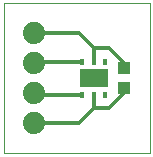
<source format=gbr>
G75*
G70*
%OFA0B0*%
%FSLAX24Y24*%
%IPPOS*%
%LPD*%
%AMOC8*
5,1,8,0,0,1.08239X$1,22.5*
%
%ADD10C,0.0000*%
%ADD11R,0.0394X0.0433*%
%ADD12R,0.0157X0.0236*%
%ADD13R,0.0945X0.0630*%
%ADD14C,0.0740*%
%ADD15C,0.0120*%
%ADD16C,0.0100*%
D10*
X000101Y000101D02*
X000101Y005097D01*
X004971Y005097D01*
X004971Y000101D01*
X000101Y000101D01*
D11*
X004101Y002266D03*
X004101Y002935D03*
D12*
X003494Y003152D03*
X003101Y003152D03*
X002707Y003152D03*
X002707Y002050D03*
X003101Y002050D03*
X003494Y002050D03*
D13*
X003101Y002601D03*
D14*
X001101Y003101D03*
X001101Y004101D03*
X001101Y002101D03*
X001101Y001101D03*
D15*
X002601Y001101D01*
X003101Y001601D01*
X003601Y001601D01*
X004101Y002101D01*
X004101Y002266D01*
X004101Y003101D02*
X003601Y003601D01*
X003101Y003601D01*
X002601Y004101D01*
X001101Y004101D01*
X001152Y003152D02*
X001101Y003101D01*
X001152Y003152D02*
X002707Y003152D01*
X003101Y003152D02*
X003101Y003601D01*
X003101Y002050D02*
X003101Y001601D01*
X002707Y002050D02*
X001152Y002050D01*
X001101Y002101D01*
D16*
X004101Y002935D02*
X004101Y003101D01*
M02*

</source>
